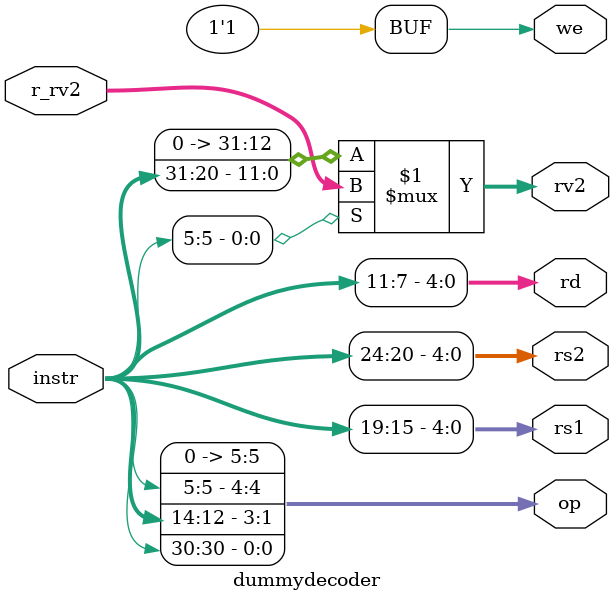
<source format=v>
module dummydecoder(
    input [31:0] instr,  // Full 32-b instruction
    output [5:0] op,     // some operation encoding of your choice
    output [4:0] rs1,    // First operand
    output [4:0] rs2,    // Second operand
    output [4:0] rd,     // Output reg
    input  [31:0] r_rv2, // From RegFile
    output [31:0] rv2,   // To ALU
    output we            // Write to reg
);

    assign op = {1'b0,instr[5],instr[14:12],instr[30]};
    assign rs1 = instr[19:15];
    assign rs2 = instr[24:20];
    assign rd = instr[11:7];
    assign we = 1;          // For only ALU ops, can always set to 1
    // Should send either the value from the RegFile or the Imm value from Instr
    assign rv2 = (instr[5]) ? r_rv2 : {{20{1'b0}},instr[31:20]};

endmodule

</source>
